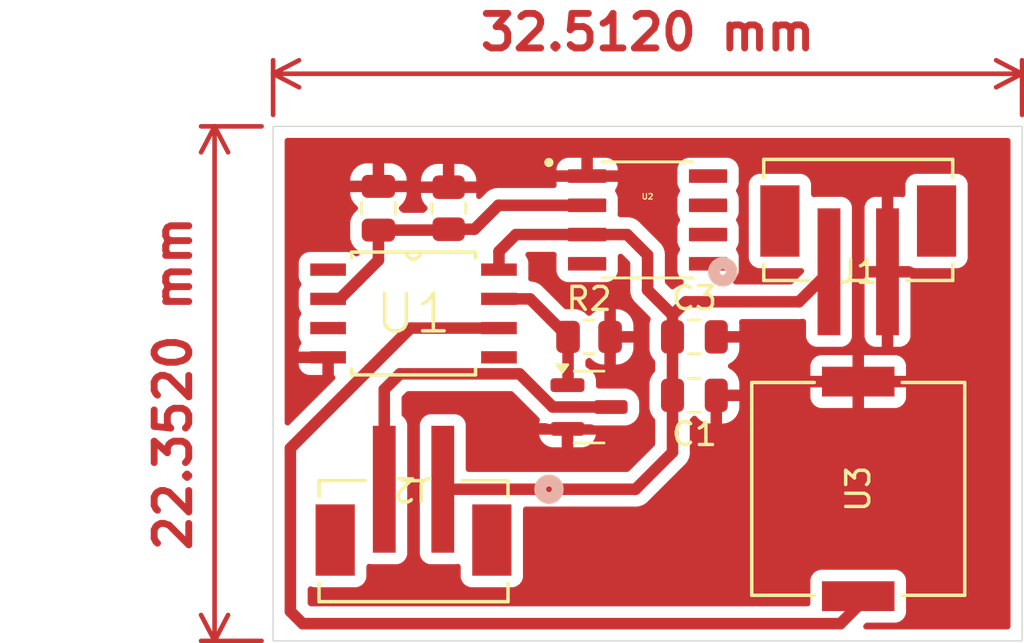
<source format=kicad_pcb>
(kicad_pcb (version 20221018) (generator pcbnew)
  (layers (0 "F.Cu" signal) (31 "B.Cu" signal) (34 "B.Paste" user) (35 "F.Paste" user) (36 "B.SilkS" user "B.Silkscreen") (37 "F.SilkS" user "F.Silkscreen") (38 "B.Mask" user) (39 "F.Mask" user) (44 "Edge.Cuts" user))
  (net 0 "")
  (net 1 "GND")
  (net 2 "/analog_read")
  (net 3 "/Vin")
  (net 4 "/signal")
  (net 5 "Net-(Q1-D)")
  (net 9 "/buzzer")
  (footprint "jst_ph:CONN2_B2B-PH-SM4_JST" (layer "F.Cu") (at 52.324 25.908)
    (fp_text reference "J1" (at 0 2.2541 unlocked) (layer "F.SilkS"))
    (fp_text value "B2B-PH-SM4-TBT LFSN" hide)
    (fp_circle (center -5.8801 2.2541) (end -5.4991 2.2541) (stroke (width 0.508)) (fill none) (layer "B.SilkS"))
    (fp_line (start -4.1021 -2.6289) (end -4.1021 -1.835041) (stroke (width 0.1524)) (layer "F.SilkS"))
    (fp_line (start -4.1021 1.929239) (end -4.1021 2.6289) (stroke (width 0.1524)) (layer "F.SilkS"))
    (fp_line (start -4.1021 2.6289) (end -2.09804 2.6289) (stroke (width 0.1524)) (layer "F.SilkS"))
    (fp_line (start -0.44196 2.6289) (end 0.44196 2.6289) (stroke (width 0.1524)) (layer "F.SilkS"))
    (fp_line (start 2.09804 2.6289) (end 4.1021 2.6289) (stroke (width 0.1524)) (layer "F.SilkS"))
    (fp_line (start 4.1021 -2.6289) (end -4.1021 -2.6289) (stroke (width 0.1524)) (layer "F.SilkS"))
    (fp_line (start 4.1021 -1.835041) (end 4.1021 -2.6289) (stroke (width 0.1524)) (layer "F.SilkS"))
    (fp_line (start 4.1021 2.6289) (end 4.1021 1.929239) (stroke (width 0.1524)) (layer "F.SilkS"))
    (fp_circle (center -5.8801 2.2541) (end -5.4991 2.2541) (stroke (width 0.508)) (fill none) (layer "F.SilkS"))
    (pad "1" smd rect (at -1.27 2.2541) (size 0.9906 5.5118) (layers "F.Cu" "F.Paste" "F.Mask") (net 3 "/Vin"))
    (pad "2" smd rect (at 1.27 2.2541) (size 0.9906 5.5118) (layers "F.Cu" "F.Paste" "F.Mask") (net 1 "GND"))
    (pad "3" smd rect (at -3.399998 0.047099) (size 1.7018 3.0988) (layers "F.Cu" "F.Paste" "F.Mask"))
    (pad "4" smd rect (at 3.399998 0.047099) (size 1.7018 3.0988) (layers "F.Cu" "F.Paste" "F.Mask"))
  )
  (footprint "Capacitor_SMD:C_0805_2012Metric" (layer "F.Cu") (at 31.496 25.4 90)
    (fp_text reference "C2" hide)
    (fp_text value "100nF")
    (fp_line (start -0.261252 -0.735) (end 0.261252 -0.735) (stroke (width 0.12)) (layer "F.SilkS"))
    (fp_line (start -0.261252 0.735) (end 0.261252 0.735) (stroke (width 0.12)) (layer "F.SilkS"))
    (pad "1" smd roundrect (at -0.95 0 90) (size 1 1.45) (layers "F.Cu" "F.Paste" "F.Mask") (net 2 "/analog_read"))
    (pad "2" smd roundrect (at 0.95 0 90) (size 1 1.45) (layers "F.Cu" "F.Paste" "F.Mask") (net 1 "GND"))
  )
  (footprint "Package_TO_SOT_SMD:SOT-23" (layer "F.Cu") (at 40.64 34.036)
    (fp_text reference "Q1" hide)
    (fp_text value "AO3400A")
    (fp_line (start 0 -1.56) (end -0.65 -1.56) (stroke (width 0.12)) (layer "F.SilkS"))
    (fp_line (start 0 -1.56) (end 0.65 -1.56) (stroke (width 0.12)) (layer "F.SilkS"))
    (fp_line (start 0 1.56) (end -0.65 1.56) (stroke (width 0.12)) (layer "F.SilkS"))
    (fp_line (start 0 1.56) (end 0.65 1.56) (stroke (width 0.12)) (layer "F.SilkS"))
    (fp_poly (pts (xy -1.1625 -1.51) (xy -1.4025 -1.84) (xy -0.9225 -1.84) (xy -1.1625 -1.51)) (stroke (width 0.12)) (fill solid) (layer "F.SilkS"))
    (pad "1" smd roundrect (at -0.9375 -0.95) (size 1.475 0.6) (layers "F.Cu" "F.Paste" "F.Mask") (net 4 "/signal"))
    (pad "2" smd roundrect (at -0.9375 0.95) (size 1.475 0.6) (layers "F.Cu" "F.Paste" "F.Mask") (net 1 "GND"))
    (pad "3" smd roundrect (at 0.9375 0) (size 1.475 0.6) (layers "F.Cu" "F.Paste" "F.Mask") (net 5 "Net-(Q1-D)"))
  )
  (footprint "Capacitor_SMD:C_0805_2012Metric" (layer "F.Cu") (at 45.212 33.528 180)
    (fp_text reference "C1" (at 0 -1.68) (layer "F.SilkS"))
    (fp_text value "100nF")
    (fp_line (start -0.261252 -0.735) (end 0.261252 -0.735) (stroke (width 0.12)) (layer "F.SilkS"))
    (fp_line (start -0.261252 0.735) (end 0.261252 0.735) (stroke (width 0.12)) (layer "F.SilkS"))
    (pad "1" smd roundrect (at -0.95 0 180) (size 1 1.45) (layers "F.Cu" "F.Paste" "F.Mask") (net 1 "GND"))
    (pad "2" smd roundrect (at 0.95 0 180) (size 1 1.45) (layers "F.Cu" "F.Paste" "F.Mask") (net 3 "/Vin"))
  )
  (footprint "ambient_sensor:SOIC127P599X175-8N" (layer "F.Cu") (at 43.18 25.908)
    (fp_text reference "U2" (at 0 -1.016) (layer "F.SilkS") (effects (font (size 0.24 0.25) (thickness 0.05) bold)))
    (fp_text value "MLX75305KXD-AAA-000-RE" hide)
    (fp_line (start -1.97 -2.52) (end 1.97 -2.52) (stroke (width 0.127)) (layer "F.SilkS"))
    (fp_line (start -1.97 2.52) (end 1.97 2.52) (stroke (width 0.127)) (layer "F.SilkS"))
    (fp_circle (center -4.285 -2.495) (end -4.185 -2.495) (stroke (width 0.2)) (fill none) (layer "F.SilkS"))
    (pad "1" smd roundrect (at -2.625 -1.905) (size 1.66 0.59) (layers "F.Cu" "F.Paste" "F.Mask") (roundrect_rratio 0.07) (net 1 "GND"))
    (pad "2" smd roundrect (at -2.625 -0.635) (size 1.66 0.59) (layers "F.Cu" "F.Paste" "F.Mask") (roundrect_rratio 0.07) (net 2 "/analog_read"))
    (pad "3" smd roundrect (at -2.625 0.635) (size 1.66 0.59) (layers "F.Cu" "F.Paste" "F.Mask") (roundrect_rratio 0.07) (net 3 "/Vin"))
    (pad "4" smd roundrect (at -2.625 1.905) (size 1.66 0.59) (layers "F.Cu" "F.Paste" "F.Mask") (roundrect_rratio 0.07))
    (pad "5" smd roundrect (at 2.625 1.905) (size 1.66 0.59) (layers "F.Cu" "F.Paste" "F.Mask") (roundrect_rratio 0.07))
    (pad "6" smd roundrect (at 2.625 0.635) (size 1.66 0.59) (layers "F.Cu" "F.Paste" "F.Mask") (roundrect_rratio 0.07))
    (pad "7" smd roundrect (at 2.625 -0.635) (size 1.66 0.59) (layers "F.Cu" "F.Paste" "F.Mask") (roundrect_rratio 0.07))
    (pad "8" smd roundrect (at 2.625 -1.905) (size 1.66 0.59) (layers "F.Cu" "F.Paste" "F.Mask") (roundrect_rratio 0.07))
  )
  (footprint "Resistor_SMD:R_0805_2012Metric" (layer "F.Cu") (at 40.64 30.988)
    (fp_text reference "R2" (at 0 -1.65) (layer "F.SilkS"))
    (fp_text value "R_US" hide)
    (fp_line (start -0.227064 -0.735) (end 0.227064 -0.735) (stroke (width 0.12)) (layer "F.SilkS"))
    (fp_line (start -0.227064 0.735) (end 0.227064 0.735) (stroke (width 0.12)) (layer "F.SilkS"))
    (pad "1" smd roundrect (at -0.9125 0) (size 1.025 1.4) (layers "F.Cu" "F.Paste" "F.Mask") (roundrect_rratio 0.243902) (net 4 "/signal"))
    (pad "2" smd roundrect (at 0.9125 0) (size 1.025 1.4) (layers "F.Cu" "F.Paste" "F.Mask") (roundrect_rratio 0.243902) (net 1 "GND"))
  )
  (footprint "Resistor_SMD:R_0805_2012Metric" (layer "F.Cu") (at 34.544 25.4 90)
    (fp_text reference "R1" hide)
    (fp_text value "R_US" hide)
    (fp_line (start -0.227064 -0.735) (end 0.227064 -0.735) (stroke (width 0.12)) (layer "F.SilkS"))
    (fp_line (start -0.227064 0.735) (end 0.227064 0.735) (stroke (width 0.12)) (layer "F.SilkS"))
    (pad "1" smd roundrect (at -0.9125 0 90) (size 1.025 1.4) (layers "F.Cu" "F.Paste" "F.Mask") (roundrect_rratio 0.243902) (net 2 "/analog_read"))
    (pad "2" smd roundrect (at 0.9125 0 90) (size 1.025 1.4) (layers "F.Cu" "F.Paste" "F.Mask") (roundrect_rratio 0.243902) (net 1 "GND"))
  )
  (footprint "Capacitor_SMD:C_0805_2012Metric" (layer "F.Cu") (at 45.212 30.988)
    (fp_text reference "C3" (at 0 -1.68) (layer "F.SilkS"))
    (fp_text value "2.2uF")
    (fp_line (start -0.261252 -0.735) (end 0.261252 -0.735) (stroke (width 0.12)) (layer "F.SilkS"))
    (fp_line (start -0.261252 0.735) (end 0.261252 0.735) (stroke (width 0.12)) (layer "F.SilkS"))
    (pad "1" smd roundrect (at -0.95 0) (size 1 1.45) (layers "F.Cu" "F.Paste" "F.Mask") (net 3 "/Vin"))
    (pad "2" smd roundrect (at 0.95 0) (size 1 1.45) (layers "F.Cu" "F.Paste" "F.Mask") (net 1 "GND"))
  )
  (footprint "jst_ph:CONN2_B2B-PH-SM4_JST" (layer "F.Cu") (at 33.02 39.86205 180)
    (fp_text reference "J2" (at 0 2.2541 180 unlocked) (layer "F.SilkS"))
    (fp_text value "B2B-PH-SM4-TBT LFSN" hide)
    (fp_circle (center -5.8801 2.2541) (end -5.4991 2.2541) (stroke (width 0.508)) (fill none) (layer "B.SilkS"))
    (fp_line (start -4.1021 -2.6289) (end -4.1021 -1.835041) (stroke (width 0.1524)) (layer "F.SilkS"))
    (fp_line (start -4.1021 1.929239) (end -4.1021 2.6289) (stroke (width 0.1524)) (layer "F.SilkS"))
    (fp_line (start -4.1021 2.6289) (end -2.09804 2.6289) (stroke (width 0.1524)) (layer "F.SilkS"))
    (fp_line (start -0.44196 2.6289) (end 0.44196 2.6289) (stroke (width 0.1524)) (layer "F.SilkS"))
    (fp_line (start 2.09804 2.6289) (end 4.1021 2.6289) (stroke (width 0.1524)) (layer "F.SilkS"))
    (fp_line (start 4.1021 -2.6289) (end -4.1021 -2.6289) (stroke (width 0.1524)) (layer "F.SilkS"))
    (fp_line (start 4.1021 -1.835041) (end 4.1021 -2.6289) (stroke (width 0.1524)) (layer "F.SilkS"))
    (fp_line (start 4.1021 2.6289) (end 4.1021 1.929239) (stroke (width 0.1524)) (layer "F.SilkS"))
    (fp_circle (center -5.8801 2.2541) (end -5.4991 2.2541) (stroke (width 0.508)) (fill none) (layer "F.SilkS"))
    (pad "1" smd rect (at -1.27 2.2541 180) (size 0.9906 5.5118) (layers "F.Cu" "F.Paste" "F.Mask") (net 3 "/Vin"))
    (pad "2" smd rect (at 1.27 2.2541 180) (size 0.9906 5.5118) (layers "F.Cu" "F.Paste" "F.Mask") (net 5 "Net-(Q1-D)"))
    (pad "3" smd rect (at -3.399998 0.047099 180) (size 1.7018 3.0988) (layers "F.Cu" "F.Paste" "F.Mask"))
    (pad "4" smd rect (at 3.399998 0.047099 180) (size 1.7018 3.0988) (layers "F.Cu" "F.Paste" "F.Mask"))
  )
  (footprint "attiny85:ATTINY85-20SUR" (layer "F.Cu") (at 33.02 29.972)
    (fp_text reference "U1" (at 0 0) (layer "F.SilkS") (effects (font (size 1.642354 1.642354))))
    (fp_text value "ATTINY85-20SUR")
    (fp_line (start -2.6924 -2.667) (end -2.6924 -2.413) (stroke (width 0.1524)) (layer "F.SilkS"))
    (fp_line (start -2.6924 2.413) (end -2.6924 2.667) (stroke (width 0.1524)) (layer "F.SilkS"))
    (fp_line (start -2.6924 2.667) (end 2.6924 2.667) (stroke (width 0.1524)) (layer "F.SilkS"))
    (fp_line (start -0.3048 -2.667) (end -2.6924 -2.667) (stroke (width 0.1524)) (layer "F.SilkS"))
    (fp_line (start 0.3048 -2.667) (end -0.3048 -2.667) (stroke (width 0.1524)) (layer "F.SilkS"))
    (fp_line (start 2.6924 -2.667) (end 0.3048 -2.667) (stroke (width 0.1524)) (layer "F.SilkS"))
    (fp_line (start 2.6924 -2.413) (end 2.6924 -2.667) (stroke (width 0.1524)) (layer "F.SilkS"))
    (fp_line (start 2.6924 2.667) (end 2.6924 2.413) (stroke (width 0.1524)) (layer "F.SilkS"))
    (fp_arc (start 0.3048 -2.667) (mid 0 -2.3622) (end -0.3048 -2.667) (stroke (width 0.1524)) (layer "F.SilkS"))
    (fp_arc (start 0.3048 -2.667) (mid 0 -2.3622) (end -0.3048 -2.667) (stroke (width 0.1524)) (layer "F.SilkS"))
    (pad "1" smd rect (at -3.7084 -1.905) (size 1.5494 0.5334) (layers "F.Cu" "F.Paste" "F.Mask"))
    (pad "2" smd rect (at -3.7084 -0.635) (size 1.5494 0.5334) (layers "F.Cu" "F.Paste" "F.Mask") (net 2 "/analog_read"))
    (pad "3" smd rect (at -3.7084 0.635) (size 1.5494 0.5334) (layers "F.Cu" "F.Paste" "F.Mask"))
    (pad "4" smd rect (at -3.7084 1.905) (size 1.5494 0.5334) (layers "F.Cu" "F.Paste" "F.Mask") (net 1 "GND"))
    (pad "5" smd rect (at 3.7084 1.905) (size 1.5494 0.5334) (layers "F.Cu" "F.Paste" "F.Mask"))
    (pad "6" smd rect (at 3.7084 0.635) (size 1.5494 0.5334) (layers "F.Cu" "F.Paste" "F.Mask") (net 9 "/buzzer"))
    (pad "7" smd rect (at 3.7084 -0.635) (size 1.5494 0.5334) (layers "F.Cu" "F.Paste" "F.Mask") (net 4 "/signal"))
    (pad "8" smd rect (at 3.7084 -1.905) (size 1.5494 0.5334) (layers "F.Cu" "F.Paste" "F.Mask") (net 3 "/Vin"))
  )
  (footprint "buzzer_3v_9x9mm:SM_CPT_9X9_CUD" (layer "F.Cu") (at 52.324 37.592 90)
    (fp_text reference "U3" (at 0 0 90 unlocked) (layer "F.SilkS"))
    (fp_text value "CPT-9019S-SMT-TR" hide)
    (fp_line (start -4.6228 -4.6228) (end -4.6228 -1.90754) (stroke (width 0.1524)) (layer "F.SilkS"))
    (fp_line (start -4.6228 1.90754) (end -4.6228 4.6228) (stroke (width 0.1524)) (layer "F.SilkS"))
    (fp_line (start -4.6228 4.6228) (end 4.6228 4.6228) (stroke (width 0.1524)) (layer "F.SilkS"))
    (fp_line (start 4.6228 -4.6228) (end -4.6228 -4.6228) (stroke (width 0.1524)) (layer "F.SilkS"))
    (fp_line (start 4.6228 -1.90754) (end 4.6228 -4.6228) (stroke (width 0.1524)) (layer "F.SilkS"))
    (fp_line (start 4.6228 4.6228) (end 4.6228 1.90754) (stroke (width 0.1524)) (layer "F.SilkS"))
    (pad "1" smd rect (at -4.6609 0 90) (size 1.2954 3.1496) (layers "F.Cu" "F.Paste" "F.Mask") (net 9 "/buzzer"))
    (pad "2" smd rect (at 4.6609 0 90) (size 1.2954 3.1496) (layers "F.Cu" "F.Paste" "F.Mask") (net 1 "GND"))
  )
  (gr_rect (start 26.924 21.844) (end 59.436 44.196) (stroke (width 0.05)) (fill none) (layer "Edge.Cuts"))
  (dimension (type aligned) (layer "F.Cu") (pts (xy 26.924 44.196) (xy 26.924 21.844)) (height -2.54) (gr_text "22.3520 mm" (at 22.584 33.02 90) (layer "F.Cu") (effects (font (size 1.5 1.5) (thickness 0.3)))) (format (prefix "") (suffix "") (units 3) (units_format 1) (precision 4)) (style (thickness 0.2) (arrow_length 1.27) (text_position_mode 0) (extension_height 0.58642) (extension_offset 0.5) keep_text_aligned))
  (dimension (type aligned) (layer "F.Cu") (pts (xy 26.924 21.844) (xy 59.436 21.844)) (height -2.286) (gr_text "32.5120 mm" (at 43.18 17.758) (layer "F.Cu") (effects (font (size 1.5 1.5) (thickness 0.3)))) (format (prefix "") (suffix "") (units 3) (units_format 1) (precision 4)) (style (thickness 0.2) (arrow_length 1.27) (text_position_mode 0) (extension_height 0.58642) (extension_offset 0.5) keep_text_aligned))
  (segment (start 31.496 27.6606) (end 31.496 26.35) (width 0.5) (layer "F.Cu") (net 2))
  (segment (start 34.544 26.3125) (end 35.6635 26.3125) (width 0.5) (layer "F.Cu") (net 2))
  (segment (start 35.6635 26.3125) (end 36.703 25.273) (width 0.5) (layer "F.Cu") (net 2))
  (segment (start 29.3116 29.337) (end 29.8196 29.337) (width 0.5) (layer "F.Cu") (net 2))
  (segment (start 31.496 26.35) (end 34.5065 26.35) (width 0.5) (layer "F.Cu") (net 2))
  (segment (start 34.5065 26.35) (end 34.544 26.3125) (width 0.5) (layer "F.Cu") (net 2))
  (segment (start 29.8196 29.337) (end 31.496 27.6606) (width 0.5) (layer "F.Cu") (net 2))
  (segment (start 36.703 25.273) (end 40.555 25.273) (width 0.5) (layer "F.Cu") (net 2))
  (segment (start 43.18 28.956) (end 44.262 30.038) (width 0.5) (layer "F.Cu") (net 3))
  (segment (start 40.555 26.543) (end 37.465 26.543) (width 0.5) (layer "F.Cu") (net 3))
  (segment (start 44.262 36.002) (end 44.262 33.528) (width 0.5) (layer "F.Cu") (net 3))
  (segment (start 51.054 28.1621) (end 49.7521 29.464) (width 0.5) (layer "F.Cu") (net 3))
  (segment (start 42.291 26.543) (end 43.18 27.432) (width 0.5) (layer "F.Cu") (net 3))
  (segment (start 49.7521 29.464) (end 44.836 29.464) (width 0.5) (layer "F.Cu") (net 3))
  (segment (start 44.836 29.464) (end 44.262 30.038) (width 0.5) (layer "F.Cu") (net 3))
  (segment (start 44.262 30.038) (end 44.262 30.988) (width 0.5) (layer "F.Cu") (net 3))
  (segment (start 42.65605 37.60795) (end 44.262 36.002) (width 0.5) (layer "F.Cu") (net 3))
  (segment (start 40.555 26.543) (end 42.291 26.543) (width 0.5) (layer "F.Cu") (net 3))
  (segment (start 36.7284 27.2796) (end 36.7284 28.067) (width 0.5) (layer "F.Cu") (net 3))
  (segment (start 34.29 37.60795) (end 42.65605 37.60795) (width 0.5) (layer "F.Cu") (net 3))
  (segment (start 43.18 27.432) (end 43.18 28.956) (width 0.5) (layer "F.Cu") (net 3))
  (segment (start 37.465 26.543) (end 36.7284 27.2796) (width 0.5) (layer "F.Cu") (net 3))
  (segment (start 44.262 30.988) (end 44.262 33.528) (width 0.5) (layer "F.Cu") (net 3))
  (segment (start 39.7275 30.988) (end 38.0765 29.337) (width 0.5) (layer "F.Cu") (net 4))
  (segment (start 38.0765 29.337) (end 36.7284 29.337) (width 0.5) (layer "F.Cu") (net 4))
  (segment (start 39.7275 30.988) (end 39.7275 33.061) (width 0.5) (layer "F.Cu") (net 4))
  (segment (start 32.4303 32.5937) (end 31.75 33.274) (width 0.5) (layer "F.Cu") (net 5))
  (segment (start 41.5775 34.036) (end 39.062316 34.036) (width 0.5) (layer "F.Cu") (net 5))
  (segment (start 37.620016 32.5937) (end 32.4303 32.5937) (width 0.5) (layer "F.Cu") (net 5))
  (segment (start 39.062316 34.036) (end 37.620016 32.5937) (width 0.5) (layer "F.Cu") (net 5))
  (segment (start 31.75 33.274) (end 31.75 37.60795) (width 0.5) (layer "F.Cu") (net 5))
  (segment (start 51.55 43.446) (end 28.206 43.446) (width 0.5) (layer "F.Cu") (net 9))
  (segment (start 52.324 42.672) (end 51.55 43.446) (width 0.5) (layer "F.Cu") (net 9))
  (segment (start 27.674 35.826) (end 32.893 30.607) (width 0.5) (layer "F.Cu") (net 9))
  (segment (start 27.674 42.914) (end 27.674 35.826) (width 0.5) (layer "F.Cu") (net 9))
  (segment (start 32.893 30.607) (end 36.7284 30.607) (width 0.5) (layer "F.Cu") (net 9))
  (segment (start 28.206 43.446) (end 27.674 42.914) (width 0.5) (layer "F.Cu") (net 9))
  (segment (start 52.324 42.2529) (end 52.324 42.672) (width 0.5) (layer "F.Cu") (net 9))
  (zone (net 1) (net_name "GND") (layer "F.Cu") (connect_pads (clearance 0.4)) (min_thickness 0.25) (fill yes (thermal_gap 0.4) (thermal_bridge_width 0.5))
    (polygon (pts (xy 59.436 21.844) (xy 59.436 44.196) (xy 26.924 44.196) (xy 26.924 21.844)))
  )
)
</source>
